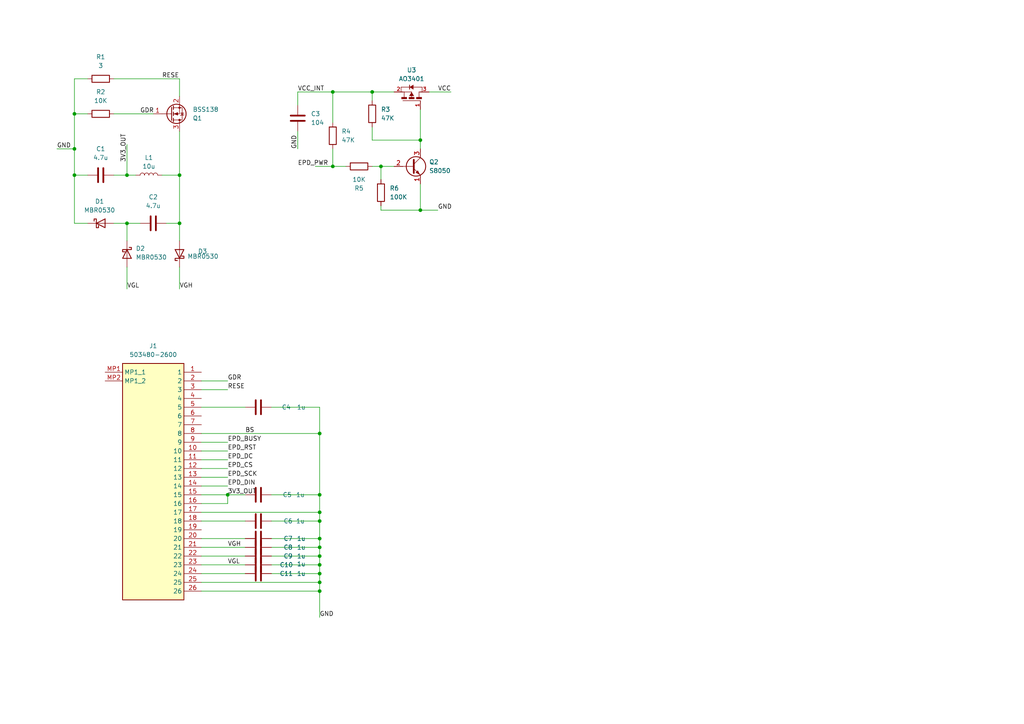
<source format=kicad_sch>
(kicad_sch (version 20250114) (generator "eeschema") (generator_version "9.0")
  (paper "A4")
  (lib_symbols
    (symbol "503480-2600:503480-2600"
      (property "Reference" "J" (at 24.13 7.62 0))
      (property "Value" "503480-2600" (at 24.13 5.08 0))
      (symbol "503480-2600_1_1"
        (rectangle (start 5.08 2.54) (end 22.86 -66.04) (stroke (width 0.254)) (fill (type background)))
        (pin passive line (at 0 0 0) (length 5.08) (name "MP1_1") (number "MP1"))
        (pin passive line (at 0 -2.54 0) (length 5.08) (name "MP1_2") (number "MP2"))
        (pin passive line (at 27.94 0 180) (length 5.08) (name "1") (number "1"))
        (pin passive line (at 27.94 -2.54 180) (length 5.08) (name "2") (number "2"))
        (pin passive line (at 27.94 -5.08 180) (length 5.08) (name "3") (number "3"))
        (pin passive line (at 27.94 -7.62 180) (length 5.08) (name "4") (number "4"))
        (pin passive line (at 27.94 -10.16 180) (length 5.08) (name "5") (number "5"))
        (pin passive line (at 27.94 -12.7 180) (length 5.08) (name "6") (number "6"))
        (pin passive line (at 27.94 -15.24 180) (length 5.08) (name "7") (number "7"))
        (pin passive line (at 27.94 -17.78 180) (length 5.08) (name "8") (number "8"))
        (pin passive line (at 27.94 -20.32 180) (length 5.08) (name "9") (number "9"))
        (pin passive line (at 27.94 -22.86 180) (length 5.08) (name "10") (number "10"))
        (pin passive line (at 27.94 -25.4 180) (length 5.08) (name "11") (number "11"))
        (pin passive line (at 27.94 -27.94 180) (length 5.08) (name "12") (number "12"))
        (pin passive line (at 27.94 -30.48 180) (length 5.08) (name "13") (number "13"))
        (pin passive line (at 27.94 -33.02 180) (length 5.08) (name "14") (number "14"))
        (pin passive line (at 27.94 -35.56 180) (length 5.08) (name "15") (number "15"))
        (pin passive line (at 27.94 -38.1 180) (length 5.08) (name "16") (number "16"))
        (pin passive line (at 27.94 -40.64 180) (length 5.08) (name "17") (number "17"))
        (pin passive line (at 27.94 -43.18 180) (length 5.08) (name "18") (number "18"))
        (pin passive line (at 27.94 -45.72 180) (length 5.08) (name "19") (number "19"))
        (pin passive line (at 27.94 -48.26 180) (length 5.08) (name "20") (number "20"))
        (pin passive line (at 27.94 -50.8 180) (length 5.08) (name "21") (number "21"))
        (pin passive line (at 27.94 -53.34 180) (length 5.08) (name "22") (number "22"))
        (pin passive line (at 27.94 -55.88 180) (length 5.08) (name "23") (number "23"))
        (pin passive line (at 27.94 -58.42 180) (length 5.08) (name "24") (number "24"))
        (pin passive line (at 27.94 -60.96 180) (length 5.08) (name "25") (number "25"))
        (pin passive line (at 27.94 -63.5 180) (length 5.08) (name "26") (number "26"))
      )
    )
    (symbol "AO3401:AO3401" (pin_names (offset 1.016))
      (property "Reference" "U" (at 0 -2.54 90))
      (property "Value" "AO3401" (at 2.54 -2.54 90))
      (symbol "AO3401_0_0"
        (polyline (pts (xy -0.508 0) (xy -0.508 -1.397)) (stroke (width 0.1524)))
        (polyline (pts (xy -0.508 -1.397) (xy 2.159 -1.397)) (stroke (width 0.1524)))
        (rectangle (start -0.381 1.524) (end 1.143 2.032) (stroke (width 0.1)) (fill (type outline)))
        (polyline (pts (xy 0 2.54) (xy 5.08 2.54)) (stroke (width 0.1524)))
        (polyline (pts (xy 0.381 1.524) (xy 0.381 0)) (stroke (width 0.1524)))
        (polyline (pts (xy 0.381 0) (xy 0 0)) (stroke (width 0.1524)))
        (rectangle (start 1.778 1.524) (end 3.302 2.032) (stroke (width 0.1)) (fill (type outline)))
        (polyline (pts (xy 2.54 1.651) (xy 2.54 0)) (stroke (width 0.1524)))
        (polyline (pts (xy 2.54 0.127) (xy 3.175 1.143) (xy 1.905 1.143) (xy 2.54 0.127)) (stroke (width 0.1016)) (fill (type outline)))
        (polyline (pts (xy 2.54 0) (xy 4.699 0)) (stroke (width 0.1524)))
        (polyline (pts (xy 3.048 -1.397) (xy 5.588 -1.397)) (stroke (width 0.1524)))
        (polyline (pts (xy 3.048 -1.397) (xy 2.032 -0.762) (xy 2.032 -2.032) (xy 3.048 -1.397)) (stroke (width 0.1016)) (fill (type outline)))
        (rectangle (start 3.048 -2.032) (end 3.175 -0.762) (stroke (width 0.1)) (fill (type outline)))
        (rectangle (start 3.937 1.524) (end 5.461 2.032) (stroke (width 0.1)) (fill (type outline)))
        (polyline (pts (xy 4.699 1.524) (xy 4.699 0)) (stroke (width 0.1524)))
        (polyline (pts (xy 4.699 0) (xy 5.08 0)) (stroke (width 0.1524)))
        (polyline (pts (xy 5.588 -1.397) (xy 5.588 0)) (stroke (width 0.1524)))
        (pin passive line (at -2.54 0 0) (length 2.54) (name "~") (number "3"))
        (pin passive line (at 0 5.08 270) (length 2.54) (name "~") (number "1"))
        (pin passive line (at 7.62 0 180) (length 2.54) (name "~") (number "2"))
      )
    )
    (symbol "Device:C" (pin_numbers (hide yes)) (pin_names (offset 0.254))
      (property "Reference" "C" (at 0.635 2.54 0))
      (property "Value" "C" (at 0.635 -2.54 0))
      (symbol "C_0_1"
        (polyline (pts (xy -2.032 0.762) (xy 2.032 0.762)) (stroke (width 0.508)))
        (polyline (pts (xy -2.032 -0.762) (xy 2.032 -0.762)) (stroke (width 0.508)))
      )
      (symbol "C_1_1"
        (pin passive line (at 0 3.81 270) (length 2.794) (name "~") (number "1"))
        (pin passive line (at 0 -3.81 90) (length 2.794) (name "~") (number "2"))
      )
    )
    (symbol "Device:L" (pin_numbers (hide yes)) (pin_names (offset 1.016) (hide yes))
      (property "Reference" "L" (at -1.27 0 90))
      (property "Value" "L" (at 1.905 0 90))
      (symbol "L_0_1"
        (arc (start 0 2.54) (mid 0.6323 1.905) (end 0 1.27))
        (arc (start 0 1.27) (mid 0.6323 0.635) (end 0 0))
        (arc (start 0 0) (mid 0.6323 -0.635) (end 0 -1.27))
        (arc (start 0 -1.27) (mid 0.6323 -1.905) (end 0 -2.54))
      )
      (symbol "L_1_1"
        (pin passive line (at 0 3.81 270) (length 1.27) (name "1") (number "1"))
        (pin passive line (at 0 -3.81 90) (length 1.27) (name "2") (number "2"))
      )
    )
    (symbol "Device:R" (pin_numbers (hide yes)) (pin_names (offset 0))
      (property "Reference" "R" (at 2.032 0 90))
      (property "Value" "R" (at 0 0 90))
      (symbol "R_0_1"
        (rectangle (start -1.016 -2.54) (end 1.016 2.54) (stroke (width 0.254)))
      )
      (symbol "R_1_1"
        (pin passive line (at 0 3.81 270) (length 1.27) (name "~") (number "1"))
        (pin passive line (at 0 -3.81 90) (length 1.27) (name "~") (number "2"))
      )
    )
    (symbol "Diode:MBR0530" (pin_numbers (hide yes)) (pin_names (offset 1.016) (hide yes))
      (property "Reference" "D" (at 0 2.54 0))
      (property "Value" "MBR0530" (at 0 -2.54 0))
      (symbol "MBR0530_0_1"
        (polyline (pts (xy -1.905 0.635) (xy -1.905 1.27) (xy -1.27 1.27) (xy -1.27 -1.27) (xy -0.635 -1.27) (xy -0.635 -0.635)) (stroke (width 0.254)))
        (polyline (pts (xy 1.27 1.27) (xy 1.27 -1.27) (xy -1.27 0) (xy 1.27 1.27)) (stroke (width 0.254)))
        (polyline (pts (xy 1.27 0) (xy -1.27 0)))
      )
      (symbol "MBR0530_1_1"
        (pin passive line (at -3.81 0 0) (length 2.54) (name "K") (number "1"))
        (pin passive line (at 3.81 0 180) (length 2.54) (name "A") (number "2"))
      )
    )
    (symbol "Transistor_BJT:S8050" (pin_names (offset 0) (hide yes))
      (property "Reference" "Q" (at 5.08 1.905 0))
      (property "Value" "S8050" (at 5.08 0 0))
      (symbol "S8050_0_1"
        (polyline (pts (xy -2.54 0) (xy 0.635 0)))
        (polyline (pts (xy 0.635 1.905) (xy 0.635 -1.905)) (stroke (width 0.508)))
        (circle (center 1.27 0) (radius 2.8194) (stroke (width 0.254)))
      )
      (symbol "S8050_1_1"
        (polyline (pts (xy 0.635 0.635) (xy 2.54 2.54)))
        (polyline (pts (xy 0.635 -0.635) (xy 2.54 -2.54)))
        (polyline (pts (xy 1.27 -1.778) (xy 1.778 -1.27) (xy 2.286 -2.286) (xy 1.27 -1.778)) (fill (type outline)))
        (pin input line (at -5.08 0 0) (length 2.54) (name "B") (number "2"))
        (pin passive line (at 2.54 5.08 270) (length 2.54) (name "C") (number "3"))
        (pin passive line (at 2.54 -5.08 90) (length 2.54) (name "E") (number "1"))
      )
    )
    (symbol "Transistor_FET:BSS138" (pin_names (hide yes))
      (property "Reference" "Q" (at 5.08 1.905 0))
      (property "Value" "BSS138" (at 5.08 0 0))
      (symbol "BSS138_0_1"
        (polyline (pts (xy 0.254 1.905) (xy 0.254 -1.905)) (stroke (width 0.254)))
        (polyline (pts (xy 0.254 0) (xy -2.54 0)))
        (polyline (pts (xy 0.762 2.286) (xy 0.762 1.27)) (stroke (width 0.254)))
        (polyline (pts (xy 0.762 0.508) (xy 0.762 -0.508)) (stroke (width 0.254)))
        (polyline (pts (xy 0.762 -1.27) (xy 0.762 -2.286)) (stroke (width 0.254)))
        (polyline (pts (xy 0.762 -1.778) (xy 3.302 -1.778) (xy 3.302 1.778) (xy 0.762 1.778)))
        (polyline (pts (xy 1.016 0) (xy 2.032 0.381) (xy 2.032 -0.381) (xy 1.016 0)) (fill (type outline)))
        (circle (center 1.651 0) (radius 2.794) (stroke (width 0.254)))
        (polyline (pts (xy 2.54 2.54) (xy 2.54 1.778)))
        (circle (center 2.54 1.778) (radius 0.254) (fill (type outline)))
        (circle (center 2.54 -1.778) (radius 0.254) (fill (type outline)))
        (polyline (pts (xy 2.54 -2.54) (xy 2.54 0) (xy 0.762 0)))
        (polyline (pts (xy 2.794 0.508) (xy 2.921 0.381) (xy 3.683 0.381) (xy 3.81 0.254)))
        (polyline (pts (xy 3.302 0.381) (xy 2.921 -0.254) (xy 3.683 -0.254) (xy 3.302 0.381)))
      )
      (symbol "BSS138_1_1"
        (pin input line (at -5.08 0 0) (length 2.54) (name "G") (number "1"))
        (pin passive line (at 2.54 5.08 270) (length 2.54) (name "D") (number "3"))
        (pin passive line (at 2.54 -5.08 90) (length 2.54) (name "S") (number "2"))
      )
    )
  )
  (junction (at 92.71 156.21))
  (junction (at 92.71 158.75))
  (junction (at 21.59 33.02))
  (junction (at 52.07 64.77))
  (junction (at 96.52 26.67))
  (junction (at 92.71 166.37))
  (junction (at 92.71 168.91))
  (junction (at 110.49 48.26))
  (junction (at 121.92 60.96))
  (junction (at 52.07 50.8))
  (junction (at 121.92 40.64))
  (junction (at 36.83 50.8))
  (junction (at 21.59 43.18))
  (junction (at 66.04 143.51))
  (junction (at 36.83 64.77))
  (junction (at 92.71 125.73))
  (junction (at 21.59 50.8))
  (junction (at 92.71 163.83))
  (junction (at 92.71 161.29))
  (junction (at 107.95 26.67))
  (junction (at 92.71 171.45))
  (junction (at 92.71 143.51))
  (junction (at 92.71 148.59))
  (junction (at 92.71 151.13))
  (junction (at 96.52 48.26))
  (wire (pts (xy 78.74 166.37) (xy 92.71 166.37)))
  (wire (pts (xy 21.59 50.8) (xy 21.59 64.77)))
  (wire (pts (xy 36.83 77.47) (xy 36.83 83.82)))
  (wire (pts (xy 91.44 48.26) (xy 96.52 48.26)))
  (wire (pts (xy 58.42 125.73) (xy 92.71 125.73)))
  (wire (pts (xy 107.95 26.67) (xy 107.95 29.21)))
  (wire (pts (xy 46.99 50.8) (xy 52.07 50.8)))
  (wire (pts (xy 36.83 50.8) (xy 39.37 50.8)))
  (wire (pts (xy 58.42 148.59) (xy 92.71 148.59)))
  (wire (pts (xy 21.59 43.18) (xy 21.59 50.8)))
  (wire (pts (xy 86.36 26.67) (xy 86.36 30.48)))
  (wire (pts (xy 33.02 50.8) (xy 36.83 50.8)))
  (wire (pts (xy 58.42 128.27) (xy 66.04 128.27)))
  (wire (pts (xy 92.71 148.59) (xy 92.71 151.13)))
  (wire (pts (xy 86.36 26.67) (xy 96.52 26.67)))
  (wire (pts (xy 58.42 143.51) (xy 66.04 143.51)))
  (wire (pts (xy 21.59 33.02) (xy 21.59 43.18)))
  (wire (pts (xy 58.42 166.37) (xy 71.12 166.37)))
  (wire (pts (xy 92.71 118.11) (xy 92.71 125.73)))
  (wire (pts (xy 92.71 156.21) (xy 92.71 158.75)))
  (wire (pts (xy 96.52 43.18) (xy 96.52 48.26)))
  (wire (pts (xy 58.42 140.97) (xy 66.04 140.97)))
  (wire (pts (xy 107.95 36.83) (xy 107.95 40.64)))
  (wire (pts (xy 58.42 146.05) (xy 66.04 146.05)))
  (wire (pts (xy 58.42 151.13) (xy 71.12 151.13)))
  (wire (pts (xy 21.59 64.77) (xy 25.4 64.77)))
  (wire (pts (xy 33.02 22.86) (xy 52.07 22.86)))
  (wire (pts (xy 96.52 26.67) (xy 96.52 35.56)))
  (wire (pts (xy 16.51 43.18) (xy 21.59 43.18)))
  (wire (pts (xy 58.42 133.35) (xy 66.04 133.35)))
  (wire (pts (xy 58.42 135.89) (xy 66.04 135.89)))
  (wire (pts (xy 78.74 161.29) (xy 92.71 161.29)))
  (wire (pts (xy 96.52 48.26) (xy 100.33 48.26)))
  (wire (pts (xy 66.04 143.51) (xy 71.12 143.51)))
  (wire (pts (xy 48.26 64.77) (xy 52.07 64.77)))
  (wire (pts (xy 92.71 143.51) (xy 92.71 148.59)))
  (wire (pts (xy 21.59 33.02) (xy 25.4 33.02)))
  (wire (pts (xy 86.36 38.1) (xy 86.36 43.18)))
  (wire (pts (xy 110.49 48.26) (xy 110.49 52.07)))
  (wire (pts (xy 58.42 163.83) (xy 71.12 163.83)))
  (wire (pts (xy 78.74 118.11) (xy 92.71 118.11)))
  (wire (pts (xy 58.42 113.03) (xy 66.04 113.03)))
  (wire (pts (xy 114.3 26.67) (xy 107.95 26.67)))
  (wire (pts (xy 107.95 48.26) (xy 110.49 48.26)))
  (wire (pts (xy 92.71 163.83) (xy 92.71 166.37)))
  (wire (pts (xy 58.42 158.75) (xy 71.12 158.75)))
  (wire (pts (xy 58.42 138.43) (xy 66.04 138.43)))
  (wire (pts (xy 92.71 158.75) (xy 92.71 161.29)))
  (wire (pts (xy 92.71 166.37) (xy 92.71 168.91)))
  (wire (pts (xy 33.02 33.02) (xy 44.45 33.02)))
  (wire (pts (xy 52.07 64.77) (xy 52.07 69.85)))
  (wire (pts (xy 21.59 50.8) (xy 25.4 50.8)))
  (wire (pts (xy 52.07 50.8) (xy 52.07 64.77)))
  (wire (pts (xy 124.46 26.67) (xy 130.81 26.67)))
  (wire (pts (xy 58.42 161.29) (xy 71.12 161.29)))
  (wire (pts (xy 58.42 110.49) (xy 66.04 110.49)))
  (wire (pts (xy 33.02 64.77) (xy 36.83 64.77)))
  (wire (pts (xy 36.83 41.91) (xy 36.83 50.8)))
  (wire (pts (xy 121.92 31.75) (xy 121.92 40.64)))
  (wire (pts (xy 52.07 77.47) (xy 52.07 83.82)))
  (wire (pts (xy 78.74 151.13) (xy 92.71 151.13)))
  (wire (pts (xy 121.92 40.64) (xy 121.92 43.18)))
  (wire (pts (xy 92.71 151.13) (xy 92.71 156.21)))
  (wire (pts (xy 110.49 59.69) (xy 110.49 60.96)))
  (wire (pts (xy 21.59 22.86) (xy 21.59 33.02)))
  (wire (pts (xy 58.42 118.11) (xy 71.12 118.11)))
  (wire (pts (xy 92.71 125.73) (xy 92.71 143.51)))
  (wire (pts (xy 107.95 40.64) (xy 121.92 40.64)))
  (wire (pts (xy 78.74 163.83) (xy 92.71 163.83)))
  (wire (pts (xy 78.74 143.51) (xy 92.71 143.51)))
  (wire (pts (xy 92.71 161.29) (xy 92.71 163.83)))
  (wire (pts (xy 36.83 64.77) (xy 36.83 69.85)))
  (wire (pts (xy 110.49 48.26) (xy 114.3 48.26)))
  (wire (pts (xy 121.92 53.34) (xy 121.92 60.96)))
  (wire (pts (xy 78.74 158.75) (xy 92.71 158.75)))
  (wire (pts (xy 52.07 22.86) (xy 52.07 27.94)))
  (wire (pts (xy 52.07 38.1) (xy 52.07 50.8)))
  (wire (pts (xy 58.42 130.81) (xy 66.04 130.81)))
  (wire (pts (xy 110.49 60.96) (xy 121.92 60.96)))
  (wire (pts (xy 96.52 26.67) (xy 107.95 26.67)))
  (wire (pts (xy 121.92 60.96) (xy 127 60.96)))
  (wire (pts (xy 25.4 22.86) (xy 21.59 22.86)))
  (wire (pts (xy 78.74 156.21) (xy 92.71 156.21)))
  (wire (pts (xy 92.71 168.91) (xy 92.71 171.45)))
  (wire (pts (xy 58.42 168.91) (xy 92.71 168.91)))
  (wire (pts (xy 36.83 64.77) (xy 40.64 64.77)))
  (wire (pts (xy 58.42 171.45) (xy 92.71 171.45)))
  (wire (pts (xy 66.04 143.51) (xy 66.04 146.05)))
  (wire (pts (xy 92.71 171.45) (xy 92.71 179.07)))
  (wire (pts (xy 58.42 156.21) (xy 71.12 156.21)))
  (label "VCC_INT" (at 86.36 26.67 0))
  (label "VGH" (at 66.04 158.75 0))
  (label "GDR" (at 66.04 110.49 0))
  (label "GND" (at 92.71 179.07 0))
  (label "VGL" (at 36.83 83.82 0))
  (label "GDR" (at 40.64 33.02 0))
  (label "GND" (at 127 60.96 0))
  (label "3V3_OUT" (at 36.83 46.99 90))
  (label "EPD_SCK" (at 66.04 138.43 0))
  (label "3V3_OUT" (at 66.04 143.51 0))
  (label "EPD_PWR" (at 86.36 48.26 0))
  (label "VGL" (at 66.04 163.83 0))
  (label "EPD_DC" (at 66.04 133.35 0))
  (label "GND" (at 86.36 43.18 90))
  (label "BS" (at 71.12 125.73 0))
  (label "VCC" (at 127 26.67 0))
  (label "RESE" (at 46.99 22.86 0))
  (label "VGH" (at 52.07 83.82 0))
  (label "EPD_BUSY" (at 66.04 128.27 0))
  (label "RESE" (at 66.04 113.03 0))
  (label "EPD_RST" (at 66.04 130.81 0))
  (label "EPD_CS" (at 66.04 135.89 0))
  (label "GND" (at 16.51 43.18 0))
  (label "EPD_DIN" (at 66.04 140.97 0))
  (symbol (lib_id "Device:R") (at 29.21 22.86 270) (unit 1)
    (property "Reference" "R1" (at 29.21 16.51 90))
    (property "Value" "3" (at 29.21 19.05 90))
    (property "Footprint" "Resistor_SMD:R_0805_2012Metric_Pad1.20x1.40mm_HandSolder" (effects (hide yes)))
    (property "Description" "Resistor" (effects (hide yes)))
  )
  (symbol (lib_id "Device:C") (at 74.93 143.51 90) (unit 1)
    (property "Reference" "C5" (at 83.312 143.51 90))
    (property "Value" "1u" (at 87.122 143.51 90))
    (property "Footprint" "Capacitor_SMD:C_0805_2012Metric_Pad1.18x1.45mm_HandSolder" (effects (hide yes)))
    (property "Description" "Unpolarized capacitor" (effects (hide yes)))
  )
  (symbol (lib_id "Device:C") (at 86.36 34.29 0) (unit 1)
    (property "Reference" "C3" (at 90.17 33.0199 0) (effects (justify left)))
    (property "Value" "104" (at 90.17 35.5599 0) (effects (justify left)))
    (property "Footprint" "Capacitor_SMD:C_0805_2012Metric_Pad1.18x1.45mm_HandSolder" (effects (hide yes)))
    (property "Description" "Unpolarized capacitor" (effects (hide yes)))
  )
  (symbol (lib_id "Device:C") (at 74.93 151.13 90) (unit 1)
    (property "Reference" "C6" (at 83.566 151.13 90))
    (property "Value" "1u" (at 87.122 151.13 90))
    (property "Footprint" "Capacitor_SMD:C_0805_2012Metric_Pad1.18x1.45mm_HandSolder" (effects (hide yes)))
    (property "Description" "Unpolarized capacitor" (effects (hide yes)))
  )
  (symbol (lib_id "Diode:MBR0530") (at 29.21 64.77 0) (unit 1)
    (property "Reference" "D1" (at 28.8925 58.42 0))
    (property "Value" "MBR0530" (at 28.8925 60.96 0))
    (property "Footprint" "Diode_SMD:D_SOD-123" (effects (hide yes)))
    (property "Datasheet" "http://www.mccsemi.com/up_pdf/MBR0520~MBR0580(SOD123).pdf" (effects (hide yes)))
    (property "Description" "30V 0.5A Schottky Power Rectifier Diode, SOD-123" (effects (hide yes)))
  )
  (symbol (lib_id "Device:L") (at 43.18 50.8 90) (unit 1)
    (property "Reference" "L1" (at 43.18 45.72 90))
    (property "Value" "10u" (at 43.18 48.26 90))
    (property "Footprint" "Inductor_SMD:L_0805_2012Metric_Pad1.05x1.20mm_HandSolder" (effects (hide yes)))
    (property "Description" "Inductor" (effects (hide yes)))
  )
  (symbol (lib_id "AO3401:AO3401") (at 121.92 26.67 180) (unit 1)
    (property "Reference" "U3" (at 119.38 20.32 0))
    (property "Value" "AO3401" (at 119.38 22.86 0))
    (property "Footprint" "Custom:SOT23" (effects (hide yes)))
    (property "MF" "Alpha & Omega Semiconductor" (effects (hide yes)))
    (property "Description_1" "P-Channel 30 V 4A (Ta) 1.4W (Ta) Surface Mount SOT-23-3" (effects (hide yes)))
    (property "Package" "SOT-23-3 Alpha &amp; Omega Semiconductor" (effects (hide yes)))
    (property "Price" "None" (effects (hide yes)))
    (property "SnapEDA_Link" "https://www.snapeda.com/parts/AO3401/Alpha/view-part/?ref=snap" (effects (hide yes)))
    (property "MP" "AO3401" (effects (hide yes)))
    (property "Availability" "In Stock" (effects (hide yes)))
    (property "Check_prices" "https://www.snapeda.com/parts/AO3401/Alpha/view-part/?ref=eda" (effects (hide yes)))
  )
  (symbol (lib_id "Device:R") (at 107.95 33.02 0) (unit 1)
    (property "Reference" "R3" (at 110.49 31.7499 0) (effects (justify left)))
    (property "Value" "47K" (at 110.49 34.2899 0) (effects (justify left)))
    (property "Footprint" "Resistor_SMD:R_0805_2012Metric_Pad1.20x1.40mm_HandSolder" (effects (hide yes)))
    (property "Description" "Resistor" (effects (hide yes)))
  )
  (symbol (lib_id "Device:R") (at 96.52 39.37 0) (unit 1)
    (property "Reference" "R4" (at 99.06 38.0999 0) (effects (justify left)))
    (property "Value" "47K" (at 99.06 40.6399 0) (effects (justify left)))
    (property "Footprint" "Resistor_SMD:R_0805_2012Metric_Pad1.20x1.40mm_HandSolder" (effects (hide yes)))
    (property "Description" "Resistor" (effects (hide yes)))
  )
  (symbol (lib_id "Diode:MBR0530") (at 52.07 73.66 90) (unit 1)
    (property "Reference" "D3" (at 57.404 72.898 90) (effects (justify right)))
    (property "Value" "MBR0530" (at 54.356 74.3586 90) (effects (justify right)))
    (property "Footprint" "Diode_SMD:D_SOD-123" (effects (hide yes)))
    (property "Datasheet" "http://www.mccsemi.com/up_pdf/MBR0520~MBR0580(SOD123).pdf" (effects (hide yes)))
    (property "Description" "30V 0.5A Schottky Power Rectifier Diode, SOD-123" (effects (hide yes)))
  )
  (symbol (lib_id "Device:C") (at 74.93 166.37 90) (unit 1)
    (property "Reference" "C11" (at 83.058 166.37 90))
    (property "Value" "1u" (at 87.376 166.37 90))
    (property "Footprint" "Capacitor_SMD:C_0805_2012Metric_Pad1.18x1.45mm_HandSolder" (effects (hide yes)))
    (property "Description" "Unpolarized capacitor" (effects (hide yes)))
  )
  (symbol (lib_id "Transistor_BJT:S8050") (at 119.38 48.26 0) (unit 1)
    (property "Reference" "Q2" (at 124.46 46.9899 0) (effects (justify left)))
    (property "Value" "S8050" (at 124.46 49.5299 0) (effects (justify left)))
    (property "Footprint" "Package_TO_SOT_SMD:SOT-23-3" (effects (hide yes)))
    (property "Datasheet" "http://www.unisonic.com.tw/datasheet/S8050.pdf" (effects (hide yes)))
    (property "Description" "0.7A Ic, 20V Vce, Low Voltage High Current NPN Transistor, TO-92" (effects (hide yes)))
  )
  (symbol (lib_id "Device:R") (at 104.14 48.26 270) (unit 1)
    (property "Reference" "R5" (at 104.14 54.61 90))
    (property "Value" "10K" (at 104.14 52.07 90))
    (property "Footprint" "Resistor_SMD:R_0805_2012Metric_Pad1.20x1.40mm_HandSolder" (effects (hide yes)))
    (property "Description" "Resistor" (effects (hide yes)))
  )
  (symbol (lib_id "Device:C") (at 74.93 156.21 90) (unit 1)
    (property "Reference" "C7" (at 83.566 156.21 90))
    (property "Value" "1u" (at 87.376 156.21 90))
    (property "Footprint" "Capacitor_SMD:C_0805_2012Metric_Pad1.18x1.45mm_HandSolder" (effects (hide yes)))
    (property "Description" "Unpolarized capacitor" (effects (hide yes)))
  )
  (symbol (lib_id "Diode:MBR0530") (at 36.83 73.66 270) (unit 1)
    (property "Reference" "D2" (at 39.37 72.0724 90) (effects (justify left)))
    (property "Value" "MBR0530" (at 39.37 74.6124 90) (effects (justify left)))
    (property "Footprint" "Diode_SMD:D_SOD-123" (effects (hide yes)))
    (property "Datasheet" "http://www.mccsemi.com/up_pdf/MBR0520~MBR0580(SOD123).pdf" (effects (hide yes)))
    (property "Description" "30V 0.5A Schottky Power Rectifier Diode, SOD-123" (effects (hide yes)))
  )
  (symbol (lib_id "Device:C") (at 29.21 50.8 90) (unit 1)
    (property "Reference" "C1" (at 29.21 43.18 90))
    (property "Value" "4.7u" (at 29.21 45.72 90))
    (property "Footprint" "Capacitor_SMD:C_0805_2012Metric_Pad1.18x1.45mm_HandSolder" (effects (hide yes)))
    (property "Description" "Unpolarized capacitor" (effects (hide yes)))
  )
  (symbol (lib_id "Device:C") (at 74.93 163.83 90) (unit 1)
    (property "Reference" "C10" (at 83.058 163.83 90))
    (property "Value" "1u" (at 87.376 163.576 90))
    (property "Footprint" "Capacitor_SMD:C_0805_2012Metric_Pad1.18x1.45mm_HandSolder" (effects (hide yes)))
    (property "Description" "Unpolarized capacitor" (effects (hide yes)))
  )
  (symbol (lib_id "Device:R") (at 29.21 33.02 90) (unit 1)
    (property "Reference" "R2" (at 29.21 26.67 90))
    (property "Value" "10K" (at 29.21 29.21 90))
    (property "Footprint" "Resistor_SMD:R_0805_2012Metric_Pad1.20x1.40mm_HandSolder" (effects (hide yes)))
    (property "Description" "Resistor" (effects (hide yes)))
  )
  (symbol (lib_id "Transistor_FET:BSS138") (at 49.53 33.02 0) (mirror x) (unit 1)
    (property "Reference" "Q1" (at 55.88 34.2901 0) (effects (justify left)))
    (property "Value" "BSS138" (at 55.88 31.7501 0) (effects (justify left)))
    (property "Footprint" "Package_TO_SOT_SMD:SOT-23-3" (effects (hide yes)))
    (property "Datasheet" "https://www.onsemi.com/pub/Collateral/BSS138-D.PDF" (effects (hide yes)))
    (property "Description" "50V Vds, 0.22A Id, N-Channel MOSFET, SOT-23" (effects (hide yes)))
  )
  (symbol (lib_id "Device:C") (at 74.93 161.29 90) (unit 1)
    (property "Reference" "C9" (at 83.566 161.29 90))
    (property "Value" "1u" (at 87.376 161.29 90))
    (property "Footprint" "Capacitor_SMD:C_0805_2012Metric_Pad1.18x1.45mm_HandSolder" (effects (hide yes)))
    (property "Description" "Unpolarized capacitor" (effects (hide yes)))
  )
  (symbol (lib_id "Device:C") (at 44.45 64.77 90) (unit 1)
    (property "Reference" "C2" (at 44.45 57.15 90))
    (property "Value" "4.7u" (at 44.45 59.69 90))
    (property "Footprint" "Capacitor_SMD:C_0805_2012Metric_Pad1.18x1.45mm_HandSolder" (effects (hide yes)))
    (property "Description" "Unpolarized capacitor" (effects (hide yes)))
  )
  (symbol (lib_id "Device:C") (at 74.93 158.75 90) (unit 1)
    (property "Reference" "C8" (at 83.566 158.75 90))
    (property "Value" "1u" (at 87.376 158.75 90))
    (property "Footprint" "Capacitor_SMD:C_0805_2012Metric_Pad1.18x1.45mm_HandSolder" (effects (hide yes)))
    (property "Description" "Unpolarized capacitor" (effects (hide yes)))
  )
  (symbol (lib_id "503480-2600:503480-2600") (at 30.48 107.95 0) (unit 1)
    (property "Reference" "J1" (at 44.45 100.33 0))
    (property "Value" "503480-2600" (at 44.45 102.87 0))
    (property "Footprint" "5034802600" (effects (hide yes)))
    (property "Datasheet" "https://www.molex.com/pdm_docs/sd/5034802600_sd.pdf" (effects (hide yes)))
    (property "Description" "Molex, 503480 0.5mm Pitch 26 Way Right Angle Female FPC Connector" (effects (hide yes)))
    (property "Height" "1.2" (effects (hide yes)))
    (property "Mouser Part Number" "538-503480-2600" (effects (hide yes)))
    (property "Mouser Price/Stock" "https://www.mouser.co.uk/ProductDetail/Molex/503480-2600?qs=b0v8CoHHvSMTeBqtDuRnng%3D%3D" (effects (hide yes)))
    (property "Manufacturer_Name" "Molex" (effects (hide yes)))
    (property "Manufacturer_Part_Number" "503480-2600" (effects (hide yes)))
  )
  (symbol (lib_id "Device:C") (at 74.93 118.11 90) (unit 1)
    (property "Reference" "C4" (at 83.058 118.11 90))
    (property "Value" "1u" (at 87.376 118.11 90))
    (property "Footprint" "Capacitor_SMD:C_0805_2012Metric_Pad1.18x1.45mm_HandSolder" (effects (hide yes)))
    (property "Description" "Unpolarized capacitor" (effects (hide yes)))
  )
  (symbol (lib_id "Device:R") (at 110.49 55.88 180) (unit 1)
    (property "Reference" "R6" (at 113.03 54.6099 0) (effects (justify right)))
    (property "Value" "100K" (at 113.03 57.1499 0) (effects (justify right)))
    (property "Footprint" "Resistor_SMD:R_0805_2012Metric_Pad1.20x1.40mm_HandSolder" (effects (hide yes)))
    (property "Description" "Resistor" (effects (hide yes)))
  )
)
</source>
